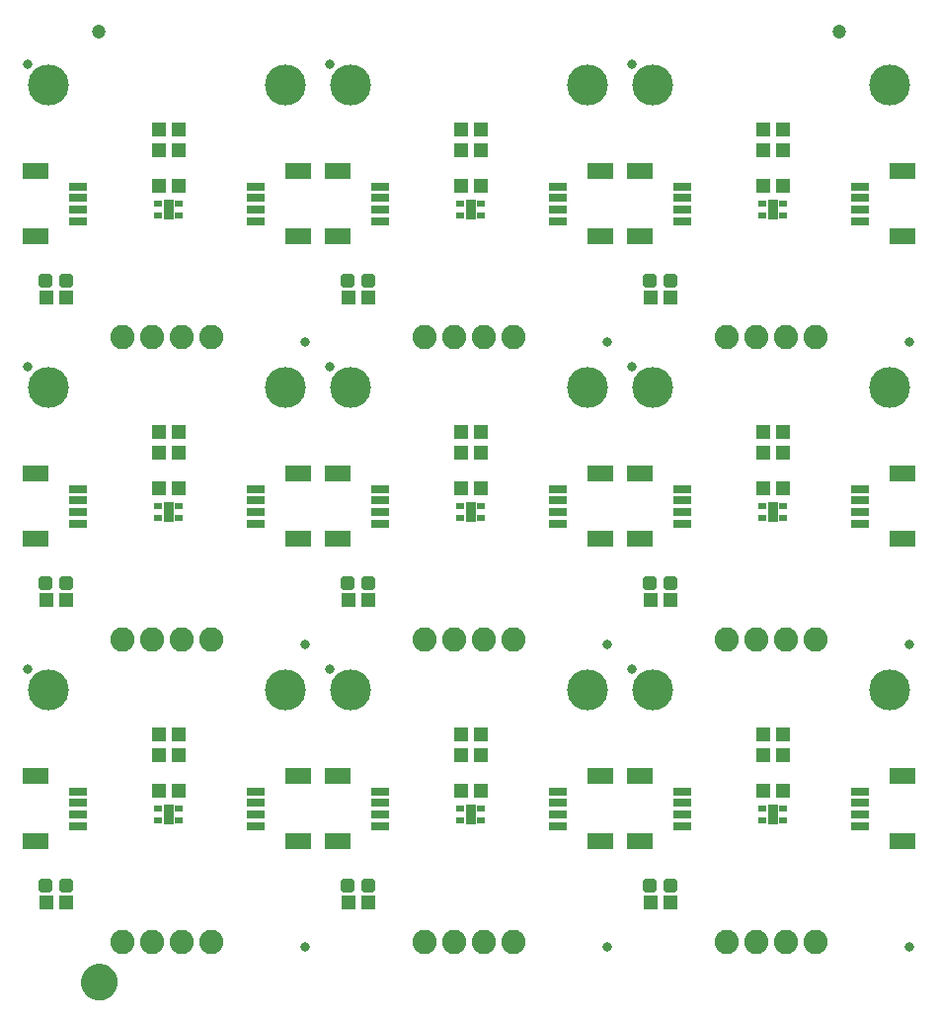
<source format=gts>
G75*
%MOIN*%
%OFA0B0*%
%FSLAX25Y25*%
%IPPOS*%
%LPD*%
%AMOC8*
5,1,8,0,0,1.08239X$1,22.5*
%
%ADD10C,0.13800*%
%ADD11C,0.03300*%
%ADD12R,0.08674X0.05524*%
%ADD13R,0.06115X0.03162*%
%ADD14C,0.08200*%
%ADD15R,0.05131X0.04737*%
%ADD16C,0.01990*%
%ADD17R,0.02965X0.02178*%
%ADD18R,0.03556X0.07099*%
%ADD19C,0.04737*%
%ADD20C,0.05000*%
%ADD21C,0.06706*%
D10*
X0043342Y0118750D03*
X0123342Y0118750D03*
X0145342Y0118750D03*
X0225342Y0118750D03*
X0247342Y0118750D03*
X0327342Y0118750D03*
X0327342Y0220750D03*
X0247342Y0220750D03*
X0225342Y0220750D03*
X0145342Y0220750D03*
X0123342Y0220750D03*
X0043342Y0220750D03*
X0043342Y0322750D03*
X0123342Y0322750D03*
X0145342Y0322750D03*
X0225342Y0322750D03*
X0247342Y0322750D03*
X0327342Y0322750D03*
D11*
X0240342Y0329750D03*
X0138342Y0329750D03*
X0036342Y0329750D03*
X0129842Y0236250D03*
X0138342Y0227750D03*
X0231842Y0236250D03*
X0240342Y0227750D03*
X0333842Y0236250D03*
X0333842Y0134250D03*
X0240342Y0125750D03*
X0231842Y0134250D03*
X0138342Y0125750D03*
X0129842Y0134250D03*
X0036342Y0125750D03*
X0129842Y0032250D03*
X0231842Y0032250D03*
X0333842Y0032250D03*
X0036342Y0227750D03*
D12*
X0038873Y0191774D03*
X0038873Y0169726D03*
X0038873Y0089774D03*
X0038873Y0067726D03*
X0127810Y0067726D03*
X0140873Y0067726D03*
X0140873Y0089774D03*
X0127810Y0089774D03*
X0127810Y0169726D03*
X0140873Y0169726D03*
X0140873Y0191774D03*
X0127810Y0191774D03*
X0127810Y0271726D03*
X0140873Y0271726D03*
X0140873Y0293774D03*
X0127810Y0293774D03*
X0038873Y0293774D03*
X0038873Y0271726D03*
X0229810Y0271726D03*
X0242873Y0271726D03*
X0242873Y0293774D03*
X0229810Y0293774D03*
X0331810Y0293774D03*
X0331810Y0271726D03*
X0331810Y0191774D03*
X0331810Y0169726D03*
X0331810Y0089774D03*
X0331810Y0067726D03*
X0242873Y0067726D03*
X0229810Y0067726D03*
X0229810Y0089774D03*
X0242873Y0089774D03*
X0242873Y0169726D03*
X0229810Y0169726D03*
X0229810Y0191774D03*
X0242873Y0191774D03*
D13*
X0257342Y0186656D03*
X0257342Y0182719D03*
X0257342Y0178781D03*
X0257342Y0174844D03*
X0215342Y0174844D03*
X0215342Y0178781D03*
X0215342Y0182719D03*
X0215342Y0186656D03*
X0155342Y0186656D03*
X0155342Y0182719D03*
X0155342Y0178781D03*
X0155342Y0174844D03*
X0113342Y0174844D03*
X0113342Y0178781D03*
X0113342Y0182719D03*
X0113342Y0186656D03*
X0053342Y0186656D03*
X0053342Y0182719D03*
X0053342Y0178781D03*
X0053342Y0174844D03*
X0053342Y0084656D03*
X0053342Y0080719D03*
X0053342Y0076781D03*
X0053342Y0072844D03*
X0113342Y0072844D03*
X0113342Y0076781D03*
X0113342Y0080719D03*
X0113342Y0084656D03*
X0155342Y0084656D03*
X0155342Y0080719D03*
X0155342Y0076781D03*
X0155342Y0072844D03*
X0215342Y0072844D03*
X0215342Y0076781D03*
X0215342Y0080719D03*
X0215342Y0084656D03*
X0257342Y0084656D03*
X0257342Y0080719D03*
X0257342Y0076781D03*
X0257342Y0072844D03*
X0317342Y0072844D03*
X0317342Y0076781D03*
X0317342Y0080719D03*
X0317342Y0084656D03*
X0317342Y0174844D03*
X0317342Y0178781D03*
X0317342Y0182719D03*
X0317342Y0186656D03*
X0317342Y0276844D03*
X0317342Y0280781D03*
X0317342Y0284719D03*
X0317342Y0288656D03*
X0257342Y0288656D03*
X0257342Y0284719D03*
X0257342Y0280781D03*
X0257342Y0276844D03*
X0215342Y0276844D03*
X0215342Y0280781D03*
X0215342Y0284719D03*
X0215342Y0288656D03*
X0155342Y0288656D03*
X0155342Y0284719D03*
X0155342Y0280781D03*
X0155342Y0276844D03*
X0113342Y0276844D03*
X0113342Y0280781D03*
X0113342Y0284719D03*
X0113342Y0288656D03*
X0053342Y0288656D03*
X0053342Y0284719D03*
X0053342Y0280781D03*
X0053342Y0276844D03*
D14*
X0068342Y0237750D03*
X0078342Y0237750D03*
X0088342Y0237750D03*
X0098342Y0237750D03*
X0170342Y0237750D03*
X0180342Y0237750D03*
X0190342Y0237750D03*
X0200342Y0237750D03*
X0272342Y0237750D03*
X0282342Y0237750D03*
X0292342Y0237750D03*
X0302342Y0237750D03*
X0302342Y0135750D03*
X0292342Y0135750D03*
X0282342Y0135750D03*
X0272342Y0135750D03*
X0200342Y0135750D03*
X0190342Y0135750D03*
X0180342Y0135750D03*
X0170342Y0135750D03*
X0098342Y0135750D03*
X0088342Y0135750D03*
X0078342Y0135750D03*
X0068342Y0135750D03*
X0068342Y0033750D03*
X0078342Y0033750D03*
X0088342Y0033750D03*
X0098342Y0033750D03*
X0170342Y0033750D03*
X0180342Y0033750D03*
X0190342Y0033750D03*
X0200342Y0033750D03*
X0272342Y0033750D03*
X0282342Y0033750D03*
X0292342Y0033750D03*
X0302342Y0033750D03*
D15*
X0042495Y0047250D03*
X0049188Y0047250D03*
X0080495Y0084750D03*
X0087188Y0084750D03*
X0087188Y0096750D03*
X0080495Y0096750D03*
X0080495Y0103750D03*
X0087188Y0103750D03*
X0049188Y0149250D03*
X0042495Y0149250D03*
X0080495Y0186750D03*
X0087188Y0186750D03*
X0087188Y0198750D03*
X0080495Y0198750D03*
X0080495Y0205750D03*
X0087188Y0205750D03*
X0049188Y0251250D03*
X0042495Y0251250D03*
X0080495Y0288750D03*
X0087188Y0288750D03*
X0087188Y0300750D03*
X0080495Y0300750D03*
X0080495Y0307750D03*
X0087188Y0307750D03*
X0144495Y0251250D03*
X0151188Y0251250D03*
X0182495Y0288750D03*
X0189188Y0288750D03*
X0189188Y0300750D03*
X0182495Y0300750D03*
X0182495Y0307750D03*
X0189188Y0307750D03*
X0246495Y0251250D03*
X0253188Y0251250D03*
X0284495Y0288750D03*
X0291188Y0288750D03*
X0291188Y0300750D03*
X0284495Y0300750D03*
X0284495Y0307750D03*
X0291188Y0307750D03*
X0291188Y0205750D03*
X0284495Y0205750D03*
X0284495Y0198750D03*
X0291188Y0198750D03*
X0291188Y0186750D03*
X0284495Y0186750D03*
X0253188Y0149250D03*
X0246495Y0149250D03*
X0284495Y0103750D03*
X0284495Y0096750D03*
X0291188Y0096750D03*
X0291188Y0103750D03*
X0291188Y0084750D03*
X0284495Y0084750D03*
X0253188Y0047250D03*
X0246495Y0047250D03*
X0189188Y0084750D03*
X0182495Y0084750D03*
X0182495Y0096750D03*
X0189188Y0096750D03*
X0189188Y0103750D03*
X0182495Y0103750D03*
X0151188Y0149250D03*
X0144495Y0149250D03*
X0182495Y0186750D03*
X0189188Y0186750D03*
X0189188Y0198750D03*
X0182495Y0198750D03*
X0182495Y0205750D03*
X0189188Y0205750D03*
X0151188Y0047250D03*
X0144495Y0047250D03*
D16*
X0143016Y0051377D02*
X0143016Y0054123D01*
X0145762Y0054123D01*
X0145762Y0051377D01*
X0143016Y0051377D01*
X0143016Y0053267D02*
X0145762Y0053267D01*
X0149922Y0054123D02*
X0149922Y0051377D01*
X0149922Y0054123D02*
X0152668Y0054123D01*
X0152668Y0051377D01*
X0149922Y0051377D01*
X0149922Y0053267D02*
X0152668Y0053267D01*
X0245016Y0054123D02*
X0245016Y0051377D01*
X0245016Y0054123D02*
X0247762Y0054123D01*
X0247762Y0051377D01*
X0245016Y0051377D01*
X0245016Y0053267D02*
X0247762Y0053267D01*
X0251922Y0054123D02*
X0251922Y0051377D01*
X0251922Y0054123D02*
X0254668Y0054123D01*
X0254668Y0051377D01*
X0251922Y0051377D01*
X0251922Y0053267D02*
X0254668Y0053267D01*
X0251922Y0153377D02*
X0251922Y0156123D01*
X0254668Y0156123D01*
X0254668Y0153377D01*
X0251922Y0153377D01*
X0251922Y0155267D02*
X0254668Y0155267D01*
X0245016Y0156123D02*
X0245016Y0153377D01*
X0245016Y0156123D02*
X0247762Y0156123D01*
X0247762Y0153377D01*
X0245016Y0153377D01*
X0245016Y0155267D02*
X0247762Y0155267D01*
X0149922Y0156123D02*
X0149922Y0153377D01*
X0149922Y0156123D02*
X0152668Y0156123D01*
X0152668Y0153377D01*
X0149922Y0153377D01*
X0149922Y0155267D02*
X0152668Y0155267D01*
X0143016Y0156123D02*
X0143016Y0153377D01*
X0143016Y0156123D02*
X0145762Y0156123D01*
X0145762Y0153377D01*
X0143016Y0153377D01*
X0143016Y0155267D02*
X0145762Y0155267D01*
X0047922Y0156123D02*
X0047922Y0153377D01*
X0047922Y0156123D02*
X0050668Y0156123D01*
X0050668Y0153377D01*
X0047922Y0153377D01*
X0047922Y0155267D02*
X0050668Y0155267D01*
X0041016Y0156123D02*
X0041016Y0153377D01*
X0041016Y0156123D02*
X0043762Y0156123D01*
X0043762Y0153377D01*
X0041016Y0153377D01*
X0041016Y0155267D02*
X0043762Y0155267D01*
X0041016Y0255377D02*
X0041016Y0258123D01*
X0043762Y0258123D01*
X0043762Y0255377D01*
X0041016Y0255377D01*
X0041016Y0257267D02*
X0043762Y0257267D01*
X0047922Y0258123D02*
X0047922Y0255377D01*
X0047922Y0258123D02*
X0050668Y0258123D01*
X0050668Y0255377D01*
X0047922Y0255377D01*
X0047922Y0257267D02*
X0050668Y0257267D01*
X0143016Y0258123D02*
X0143016Y0255377D01*
X0143016Y0258123D02*
X0145762Y0258123D01*
X0145762Y0255377D01*
X0143016Y0255377D01*
X0143016Y0257267D02*
X0145762Y0257267D01*
X0149922Y0258123D02*
X0149922Y0255377D01*
X0149922Y0258123D02*
X0152668Y0258123D01*
X0152668Y0255377D01*
X0149922Y0255377D01*
X0149922Y0257267D02*
X0152668Y0257267D01*
X0245016Y0258123D02*
X0245016Y0255377D01*
X0245016Y0258123D02*
X0247762Y0258123D01*
X0247762Y0255377D01*
X0245016Y0255377D01*
X0245016Y0257267D02*
X0247762Y0257267D01*
X0251922Y0258123D02*
X0251922Y0255377D01*
X0251922Y0258123D02*
X0254668Y0258123D01*
X0254668Y0255377D01*
X0251922Y0255377D01*
X0251922Y0257267D02*
X0254668Y0257267D01*
X0047922Y0054123D02*
X0047922Y0051377D01*
X0047922Y0054123D02*
X0050668Y0054123D01*
X0050668Y0051377D01*
X0047922Y0051377D01*
X0047922Y0053267D02*
X0050668Y0053267D01*
X0041016Y0054123D02*
X0041016Y0051377D01*
X0041016Y0054123D02*
X0043762Y0054123D01*
X0043762Y0051377D01*
X0041016Y0051377D01*
X0041016Y0053267D02*
X0043762Y0053267D01*
D17*
X0080200Y0074781D03*
X0080200Y0078719D03*
X0087484Y0078719D03*
X0087484Y0074781D03*
X0182200Y0074781D03*
X0182200Y0078719D03*
X0189484Y0078719D03*
X0189484Y0074781D03*
X0284200Y0074781D03*
X0284200Y0078719D03*
X0291484Y0078719D03*
X0291484Y0074781D03*
X0291484Y0176781D03*
X0291484Y0180719D03*
X0284200Y0180719D03*
X0284200Y0176781D03*
X0189484Y0176781D03*
X0189484Y0180719D03*
X0182200Y0180719D03*
X0182200Y0176781D03*
X0087484Y0176781D03*
X0087484Y0180719D03*
X0080200Y0180719D03*
X0080200Y0176781D03*
X0080200Y0278781D03*
X0080200Y0282719D03*
X0087484Y0282719D03*
X0087484Y0278781D03*
X0182200Y0278781D03*
X0182200Y0282719D03*
X0189484Y0282719D03*
X0189484Y0278781D03*
X0284200Y0278781D03*
X0284200Y0282719D03*
X0291484Y0282719D03*
X0291484Y0278781D03*
D18*
X0287842Y0280750D03*
X0185842Y0280750D03*
X0083842Y0280750D03*
X0083842Y0178750D03*
X0185842Y0178750D03*
X0287842Y0178750D03*
X0287842Y0076750D03*
X0185842Y0076750D03*
X0083842Y0076750D03*
D19*
X0060342Y0341000D03*
X0310342Y0341000D03*
D20*
X0056777Y0020500D02*
X0056779Y0020619D01*
X0056785Y0020738D01*
X0056795Y0020857D01*
X0056809Y0020975D01*
X0056827Y0021093D01*
X0056848Y0021210D01*
X0056874Y0021326D01*
X0056904Y0021442D01*
X0056937Y0021556D01*
X0056974Y0021669D01*
X0057015Y0021781D01*
X0057060Y0021892D01*
X0057108Y0022001D01*
X0057160Y0022108D01*
X0057216Y0022213D01*
X0057275Y0022317D01*
X0057337Y0022418D01*
X0057403Y0022518D01*
X0057472Y0022615D01*
X0057544Y0022709D01*
X0057620Y0022802D01*
X0057698Y0022891D01*
X0057779Y0022978D01*
X0057864Y0023063D01*
X0057951Y0023144D01*
X0058040Y0023222D01*
X0058133Y0023298D01*
X0058227Y0023370D01*
X0058324Y0023439D01*
X0058424Y0023505D01*
X0058525Y0023567D01*
X0058629Y0023626D01*
X0058734Y0023682D01*
X0058841Y0023734D01*
X0058950Y0023782D01*
X0059061Y0023827D01*
X0059173Y0023868D01*
X0059286Y0023905D01*
X0059400Y0023938D01*
X0059516Y0023968D01*
X0059632Y0023994D01*
X0059749Y0024015D01*
X0059867Y0024033D01*
X0059985Y0024047D01*
X0060104Y0024057D01*
X0060223Y0024063D01*
X0060342Y0024065D01*
X0060461Y0024063D01*
X0060580Y0024057D01*
X0060699Y0024047D01*
X0060817Y0024033D01*
X0060935Y0024015D01*
X0061052Y0023994D01*
X0061168Y0023968D01*
X0061284Y0023938D01*
X0061398Y0023905D01*
X0061511Y0023868D01*
X0061623Y0023827D01*
X0061734Y0023782D01*
X0061843Y0023734D01*
X0061950Y0023682D01*
X0062055Y0023626D01*
X0062159Y0023567D01*
X0062260Y0023505D01*
X0062360Y0023439D01*
X0062457Y0023370D01*
X0062551Y0023298D01*
X0062644Y0023222D01*
X0062733Y0023144D01*
X0062820Y0023063D01*
X0062905Y0022978D01*
X0062986Y0022891D01*
X0063064Y0022802D01*
X0063140Y0022709D01*
X0063212Y0022615D01*
X0063281Y0022518D01*
X0063347Y0022418D01*
X0063409Y0022317D01*
X0063468Y0022213D01*
X0063524Y0022108D01*
X0063576Y0022001D01*
X0063624Y0021892D01*
X0063669Y0021781D01*
X0063710Y0021669D01*
X0063747Y0021556D01*
X0063780Y0021442D01*
X0063810Y0021326D01*
X0063836Y0021210D01*
X0063857Y0021093D01*
X0063875Y0020975D01*
X0063889Y0020857D01*
X0063899Y0020738D01*
X0063905Y0020619D01*
X0063907Y0020500D01*
X0063905Y0020381D01*
X0063899Y0020262D01*
X0063889Y0020143D01*
X0063875Y0020025D01*
X0063857Y0019907D01*
X0063836Y0019790D01*
X0063810Y0019674D01*
X0063780Y0019558D01*
X0063747Y0019444D01*
X0063710Y0019331D01*
X0063669Y0019219D01*
X0063624Y0019108D01*
X0063576Y0018999D01*
X0063524Y0018892D01*
X0063468Y0018787D01*
X0063409Y0018683D01*
X0063347Y0018582D01*
X0063281Y0018482D01*
X0063212Y0018385D01*
X0063140Y0018291D01*
X0063064Y0018198D01*
X0062986Y0018109D01*
X0062905Y0018022D01*
X0062820Y0017937D01*
X0062733Y0017856D01*
X0062644Y0017778D01*
X0062551Y0017702D01*
X0062457Y0017630D01*
X0062360Y0017561D01*
X0062260Y0017495D01*
X0062159Y0017433D01*
X0062055Y0017374D01*
X0061950Y0017318D01*
X0061843Y0017266D01*
X0061734Y0017218D01*
X0061623Y0017173D01*
X0061511Y0017132D01*
X0061398Y0017095D01*
X0061284Y0017062D01*
X0061168Y0017032D01*
X0061052Y0017006D01*
X0060935Y0016985D01*
X0060817Y0016967D01*
X0060699Y0016953D01*
X0060580Y0016943D01*
X0060461Y0016937D01*
X0060342Y0016935D01*
X0060223Y0016937D01*
X0060104Y0016943D01*
X0059985Y0016953D01*
X0059867Y0016967D01*
X0059749Y0016985D01*
X0059632Y0017006D01*
X0059516Y0017032D01*
X0059400Y0017062D01*
X0059286Y0017095D01*
X0059173Y0017132D01*
X0059061Y0017173D01*
X0058950Y0017218D01*
X0058841Y0017266D01*
X0058734Y0017318D01*
X0058629Y0017374D01*
X0058525Y0017433D01*
X0058424Y0017495D01*
X0058324Y0017561D01*
X0058227Y0017630D01*
X0058133Y0017702D01*
X0058040Y0017778D01*
X0057951Y0017856D01*
X0057864Y0017937D01*
X0057779Y0018022D01*
X0057698Y0018109D01*
X0057620Y0018198D01*
X0057544Y0018291D01*
X0057472Y0018385D01*
X0057403Y0018482D01*
X0057337Y0018582D01*
X0057275Y0018683D01*
X0057216Y0018787D01*
X0057160Y0018892D01*
X0057108Y0018999D01*
X0057060Y0019108D01*
X0057015Y0019219D01*
X0056974Y0019331D01*
X0056937Y0019444D01*
X0056904Y0019558D01*
X0056874Y0019674D01*
X0056848Y0019790D01*
X0056827Y0019907D01*
X0056809Y0020025D01*
X0056795Y0020143D01*
X0056785Y0020262D01*
X0056779Y0020381D01*
X0056777Y0020500D01*
D21*
X0060342Y0020500D03*
M02*

</source>
